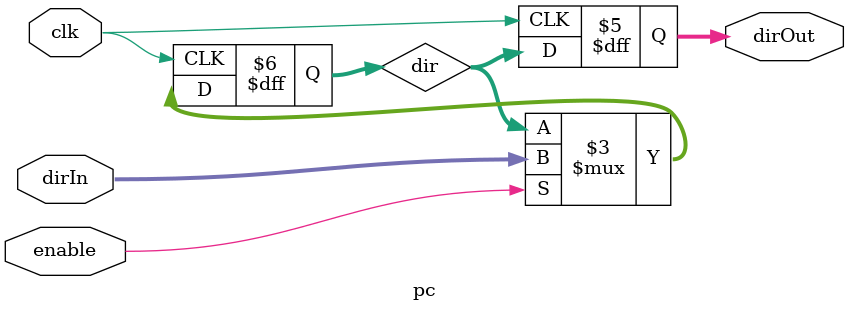
<source format=sv>
module pc(
  input logic clk,
  input logic enable,
  input logic [0:31] dirIn,
  output logic [0:31] dirOut
  );

logic [0:31] dir;

always_ff @ (posedge clk) begin
  if (enable) begin
      dir <= dirIn;
  end
end  

always_ff @(negedge clk) begin
  dirOut <= dir;
end

endmodule

</source>
